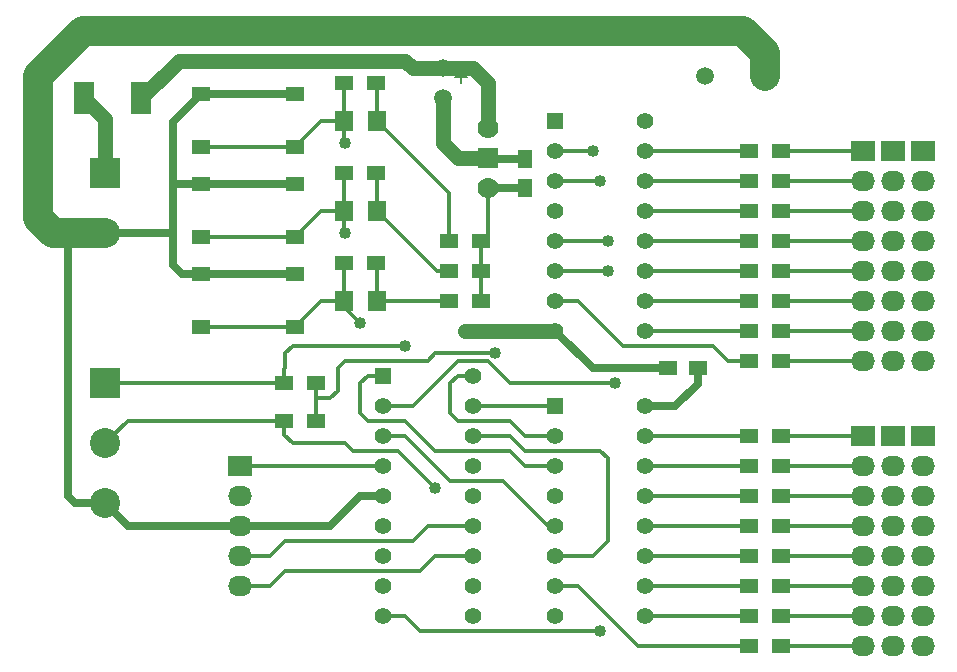
<source format=gtl>
G04 #@! TF.FileFunction,Copper,L1,Top,Signal*
%FSLAX46Y46*%
G04 Gerber Fmt 4.6, Leading zero omitted, Abs format (unit mm)*
G04 Created by KiCad (PCBNEW (2015-04-09 BZR 5589)-product) date Sunday, April 12, 2015 'PMt' 01:39:24 PM*
%MOMM*%
G01*
G04 APERTURE LIST*
%ADD10C,0.150000*%
%ADD11C,1.501140*%
%ADD12R,1.500000X1.250000*%
%ADD13R,1.250000X1.500000*%
%ADD14R,1.597660X1.800860*%
%ADD15R,1.800860X2.700020*%
%ADD16R,2.032000X1.727200*%
%ADD17O,2.032000X1.727200*%
%ADD18R,2.540000X2.540000*%
%ADD19C,2.540000*%
%ADD20R,1.500000X1.300000*%
%ADD21R,1.550000X1.300000*%
%ADD22R,1.397000X1.397000*%
%ADD23C,1.397000*%
%ADD24C,1.778000*%
%ADD25R,1.778000X1.778000*%
%ADD26C,1.016000*%
%ADD27C,2.540000*%
%ADD28C,1.270000*%
%ADD29C,0.635000*%
%ADD30C,0.304800*%
G04 APERTURE END LIST*
D10*
X148844000Y-99898200D02*
X148844000Y-100965000D01*
X149352000Y-100457000D02*
X148310600Y-100457000D01*
D11*
X174625000Y-100330000D03*
X169545000Y-100330000D03*
X147320000Y-102235000D03*
X147320000Y-99695000D03*
D12*
X168890000Y-125095000D03*
X166390000Y-125095000D03*
D13*
X154305000Y-109835000D03*
X154305000Y-107335000D03*
D14*
X141754860Y-104140000D03*
X138915140Y-104140000D03*
X141754860Y-111760000D03*
X138915140Y-111760000D03*
X141754860Y-119380000D03*
X138915140Y-119380000D03*
D15*
X116979700Y-102235000D03*
X121780300Y-102235000D03*
D16*
X182880000Y-106680000D03*
D17*
X182880000Y-109220000D03*
X182880000Y-111760000D03*
X182880000Y-114300000D03*
X182880000Y-116840000D03*
X182880000Y-119380000D03*
X182880000Y-121920000D03*
X182880000Y-124460000D03*
D16*
X187960000Y-106680000D03*
D17*
X187960000Y-109220000D03*
X187960000Y-111760000D03*
X187960000Y-114300000D03*
X187960000Y-116840000D03*
X187960000Y-119380000D03*
X187960000Y-121920000D03*
X187960000Y-124460000D03*
D16*
X185420000Y-106680000D03*
D17*
X185420000Y-109220000D03*
X185420000Y-111760000D03*
X185420000Y-114300000D03*
X185420000Y-116840000D03*
X185420000Y-119380000D03*
X185420000Y-121920000D03*
X185420000Y-124460000D03*
D16*
X182880000Y-130810000D03*
D17*
X182880000Y-133350000D03*
X182880000Y-135890000D03*
X182880000Y-138430000D03*
X182880000Y-140970000D03*
X182880000Y-143510000D03*
X182880000Y-146050000D03*
X182880000Y-148590000D03*
D16*
X187960000Y-130810000D03*
D17*
X187960000Y-133350000D03*
X187960000Y-135890000D03*
X187960000Y-138430000D03*
X187960000Y-140970000D03*
X187960000Y-143510000D03*
X187960000Y-146050000D03*
X187960000Y-148590000D03*
D16*
X185420000Y-130810000D03*
D17*
X185420000Y-133350000D03*
X185420000Y-135890000D03*
X185420000Y-138430000D03*
X185420000Y-140970000D03*
X185420000Y-143510000D03*
X185420000Y-146050000D03*
X185420000Y-148590000D03*
D16*
X130175000Y-133350000D03*
D17*
X130175000Y-135890000D03*
X130175000Y-138430000D03*
X130175000Y-140970000D03*
X130175000Y-143510000D03*
D18*
X118745000Y-126365000D03*
D19*
X118745000Y-131445000D03*
X118745000Y-136525000D03*
D18*
X118745000Y-108585000D03*
D19*
X118745000Y-113665000D03*
D20*
X173275000Y-106680000D03*
X175975000Y-106680000D03*
X173275000Y-109220000D03*
X175975000Y-109220000D03*
X173275000Y-111760000D03*
X175975000Y-111760000D03*
X173275000Y-114300000D03*
X175975000Y-114300000D03*
X173275000Y-116840000D03*
X175975000Y-116840000D03*
X173275000Y-119380000D03*
X175975000Y-119380000D03*
X173275000Y-121920000D03*
X175975000Y-121920000D03*
X173275000Y-124460000D03*
X175975000Y-124460000D03*
X173275000Y-130810000D03*
X175975000Y-130810000D03*
X173275000Y-133350000D03*
X175975000Y-133350000D03*
X173275000Y-135890000D03*
X175975000Y-135890000D03*
X173275000Y-138430000D03*
X175975000Y-138430000D03*
X173275000Y-140970000D03*
X175975000Y-140970000D03*
X173275000Y-143510000D03*
X175975000Y-143510000D03*
X173275000Y-146050000D03*
X175975000Y-146050000D03*
X173275000Y-148590000D03*
X175975000Y-148590000D03*
X150575000Y-114300000D03*
X147875000Y-114300000D03*
X141685000Y-100965000D03*
X138985000Y-100965000D03*
X150575000Y-116840000D03*
X147875000Y-116840000D03*
X141685000Y-108585000D03*
X138985000Y-108585000D03*
X150575000Y-119380000D03*
X147875000Y-119380000D03*
X141685000Y-116205000D03*
X138985000Y-116205000D03*
X136605000Y-126365000D03*
X133905000Y-126365000D03*
X136605000Y-129540000D03*
X133905000Y-129540000D03*
D21*
X126835000Y-106390000D03*
X126835000Y-101890000D03*
X134785000Y-101890000D03*
X134785000Y-106390000D03*
X126835000Y-114010000D03*
X126835000Y-109510000D03*
X134785000Y-109510000D03*
X134785000Y-114010000D03*
X126835000Y-121630000D03*
X126835000Y-117130000D03*
X134785000Y-117130000D03*
X134785000Y-121630000D03*
D22*
X142240000Y-125730000D03*
D23*
X142240000Y-128270000D03*
X142240000Y-130810000D03*
X142240000Y-133350000D03*
X142240000Y-135890000D03*
X142240000Y-138430000D03*
X142240000Y-140970000D03*
X142240000Y-143510000D03*
X142240000Y-146050000D03*
X149860000Y-146050000D03*
X149860000Y-143510000D03*
X149860000Y-140970000D03*
X149860000Y-138430000D03*
X149860000Y-135890000D03*
X149860000Y-133350000D03*
X149860000Y-130810000D03*
X149860000Y-128270000D03*
X149860000Y-125730000D03*
D22*
X156845000Y-104140000D03*
D23*
X156845000Y-106680000D03*
X156845000Y-109220000D03*
X156845000Y-111760000D03*
X156845000Y-114300000D03*
X156845000Y-116840000D03*
X156845000Y-119380000D03*
X156845000Y-121920000D03*
X164465000Y-121920000D03*
X164465000Y-119380000D03*
X164465000Y-116840000D03*
X164465000Y-114300000D03*
X164465000Y-111760000D03*
X164465000Y-109220000D03*
X164465000Y-106680000D03*
X164465000Y-104140000D03*
D22*
X156845000Y-128270000D03*
D23*
X156845000Y-130810000D03*
X156845000Y-133350000D03*
X156845000Y-135890000D03*
X156845000Y-138430000D03*
X156845000Y-140970000D03*
X156845000Y-143510000D03*
X156845000Y-146050000D03*
X164465000Y-146050000D03*
X164465000Y-143510000D03*
X164465000Y-140970000D03*
X164465000Y-138430000D03*
X164465000Y-135890000D03*
X164465000Y-133350000D03*
X164465000Y-130810000D03*
X164465000Y-128270000D03*
D24*
X151130000Y-104775000D03*
D25*
X151130000Y-107315000D03*
D24*
X151130000Y-109855000D03*
D26*
X149225000Y-121920000D03*
X151765000Y-123825000D03*
X139065000Y-106045000D03*
X139065000Y-113665000D03*
X140335000Y-121285000D03*
X144145000Y-123190000D03*
X146685000Y-135255000D03*
X160655000Y-109220000D03*
X161925000Y-126365000D03*
X161290000Y-114300000D03*
X160655000Y-147320000D03*
X161290000Y-116840000D03*
X160020000Y-106680000D03*
D27*
X113030000Y-100330000D02*
X116840000Y-96520000D01*
D28*
X149225000Y-121920000D02*
X156845000Y-121920000D01*
D29*
X134785000Y-101890000D02*
X126835000Y-101890000D01*
X134785000Y-109510000D02*
X126835000Y-109510000D01*
X134785000Y-117130000D02*
X126835000Y-117130000D01*
X124460000Y-109220000D02*
X124460000Y-104265000D01*
X124460000Y-104265000D02*
X126835000Y-101890000D01*
X124460000Y-113665000D02*
X124460000Y-109220000D01*
X124460000Y-116332000D02*
X124460000Y-113665000D01*
X125258000Y-117130000D02*
X124460000Y-116332000D01*
X126835000Y-117130000D02*
X125258000Y-117130000D01*
X124460000Y-109510000D02*
X124460000Y-109220000D01*
X126835000Y-109510000D02*
X124460000Y-109510000D01*
X120650000Y-138430000D02*
X118745000Y-136525000D01*
X130175000Y-138430000D02*
X120650000Y-138430000D01*
X140335000Y-135890000D02*
X142240000Y-135890000D01*
X137795000Y-138430000D02*
X140335000Y-135890000D01*
X130175000Y-138430000D02*
X137795000Y-138430000D01*
X118745000Y-113665000D02*
X124460000Y-113665000D01*
D28*
X148590000Y-107315000D02*
X147320000Y-106045000D01*
X147320000Y-106045000D02*
X147320000Y-102235000D01*
X151130000Y-107315000D02*
X148590000Y-107315000D01*
D29*
X160020000Y-125095000D02*
X156845000Y-121920000D01*
X166390000Y-125095000D02*
X160020000Y-125095000D01*
X151150000Y-107335000D02*
X151130000Y-107315000D01*
X154305000Y-107335000D02*
X151150000Y-107335000D01*
X116205000Y-113665000D02*
X118745000Y-113665000D01*
X115570000Y-114300000D02*
X116205000Y-113665000D01*
X115570000Y-135890000D02*
X115570000Y-114300000D01*
X116205000Y-136525000D02*
X115570000Y-135890000D01*
X118745000Y-136525000D02*
X116205000Y-136525000D01*
D27*
X174625000Y-98425000D02*
X172720000Y-96520000D01*
X172720000Y-96520000D02*
X116840000Y-96520000D01*
X174625000Y-100330000D02*
X174625000Y-98425000D01*
X113030000Y-100330000D02*
X113030000Y-112395000D01*
X113030000Y-112395000D02*
X114300000Y-113665000D01*
X114300000Y-113665000D02*
X118745000Y-113665000D01*
D28*
X118745000Y-104000300D02*
X116979700Y-102235000D01*
X118745000Y-108585000D02*
X118745000Y-104000300D01*
X151130000Y-100965000D02*
X149860000Y-99695000D01*
X149860000Y-99695000D02*
X147320000Y-99695000D01*
X151130000Y-104775000D02*
X151130000Y-100965000D01*
X144780000Y-99695000D02*
X144145000Y-99060000D01*
X144145000Y-99060000D02*
X124955300Y-99060000D01*
X124955300Y-99060000D02*
X121780300Y-102235000D01*
X147320000Y-99695000D02*
X144780000Y-99695000D01*
D30*
X136605000Y-127635000D02*
X137795000Y-127635000D01*
X146685000Y-123825000D02*
X151765000Y-123825000D01*
X146050000Y-124460000D02*
X146685000Y-123825000D01*
X139065000Y-124460000D02*
X146050000Y-124460000D01*
X138430000Y-125095000D02*
X139065000Y-124460000D01*
X138430000Y-127000000D02*
X138430000Y-125095000D01*
X137795000Y-127635000D02*
X138430000Y-127000000D01*
X151130000Y-113745000D02*
X151130000Y-109855000D01*
X150575000Y-114300000D02*
X151130000Y-113745000D01*
X150575000Y-116840000D02*
X150575000Y-114300000D01*
X150575000Y-119380000D02*
X150575000Y-116840000D01*
X136605000Y-126365000D02*
X136605000Y-127635000D01*
X136605000Y-127635000D02*
X136605000Y-129540000D01*
D29*
X167005000Y-128270000D02*
X168890000Y-126385000D01*
X168890000Y-126385000D02*
X168890000Y-125095000D01*
X164465000Y-128270000D02*
X167005000Y-128270000D01*
X151150000Y-109835000D02*
X151130000Y-109855000D01*
X154305000Y-109835000D02*
X151150000Y-109835000D01*
X141754860Y-101034860D02*
X141685000Y-100965000D01*
D30*
X141754860Y-104140000D02*
X141754860Y-101034860D01*
X147875000Y-110260140D02*
X141754860Y-104140000D01*
X147875000Y-114300000D02*
X147875000Y-110260140D01*
X126835000Y-106390000D02*
X134785000Y-106390000D01*
D29*
X138915140Y-101034860D02*
X138985000Y-100965000D01*
D30*
X138915140Y-104140000D02*
X138915140Y-101034860D01*
X137035000Y-104140000D02*
X134785000Y-106390000D01*
X138915140Y-104140000D02*
X137035000Y-104140000D01*
X139065000Y-106045000D02*
X138915140Y-105895140D01*
X138915140Y-105895140D02*
X138915140Y-104140000D01*
X141754860Y-108654860D02*
X141685000Y-108585000D01*
X141754860Y-111760000D02*
X141754860Y-108654860D01*
X146834860Y-116840000D02*
X141754860Y-111760000D01*
X147875000Y-116840000D02*
X146834860Y-116840000D01*
X126835000Y-114010000D02*
X134785000Y-114010000D01*
X138915140Y-108654860D02*
X138985000Y-108585000D01*
X138915140Y-111760000D02*
X138915140Y-108654860D01*
X137035000Y-111760000D02*
X134785000Y-114010000D01*
X138915140Y-111760000D02*
X137035000Y-111760000D01*
X139065000Y-113665000D02*
X138915140Y-113515140D01*
X138915140Y-113515140D02*
X138915140Y-111760000D01*
X141754860Y-116274860D02*
X141685000Y-116205000D01*
X141754860Y-119380000D02*
X141754860Y-116274860D01*
X147875000Y-119380000D02*
X141754860Y-119380000D01*
X126835000Y-121630000D02*
X134785000Y-121630000D01*
X138915140Y-116274860D02*
X138985000Y-116205000D01*
X138915140Y-119380000D02*
X138915140Y-116274860D01*
X137035000Y-119380000D02*
X134785000Y-121630000D01*
X138915140Y-119380000D02*
X137035000Y-119380000D01*
X138915140Y-119865140D02*
X138915140Y-119380000D01*
X140335000Y-121285000D02*
X138915140Y-119865140D01*
X175975000Y-106680000D02*
X182880000Y-106680000D01*
X175975000Y-109220000D02*
X182880000Y-109220000D01*
X175975000Y-111760000D02*
X182880000Y-111760000D01*
X175975000Y-114300000D02*
X182880000Y-114300000D01*
X175975000Y-116840000D02*
X182880000Y-116840000D01*
X175975000Y-119380000D02*
X182880000Y-119380000D01*
X175975000Y-121920000D02*
X182880000Y-121920000D01*
X175975000Y-124460000D02*
X182880000Y-124460000D01*
X175975000Y-130810000D02*
X182880000Y-130810000D01*
X175975000Y-133350000D02*
X182880000Y-133350000D01*
X175975000Y-135890000D02*
X182880000Y-135890000D01*
X175975000Y-138430000D02*
X182880000Y-138430000D01*
X175975000Y-140970000D02*
X182880000Y-140970000D01*
X175975000Y-143510000D02*
X182880000Y-143510000D01*
X175975000Y-146050000D02*
X182880000Y-146050000D01*
X182880000Y-148590000D02*
X175975000Y-148590000D01*
X142240000Y-133350000D02*
X130175000Y-133350000D01*
X146050000Y-138430000D02*
X144780000Y-139700000D01*
X144780000Y-139700000D02*
X133985000Y-139700000D01*
X133985000Y-139700000D02*
X132715000Y-140970000D01*
X132715000Y-140970000D02*
X130175000Y-140970000D01*
X149860000Y-138430000D02*
X146050000Y-138430000D01*
X146685000Y-140970000D02*
X145415000Y-142240000D01*
X145415000Y-142240000D02*
X133985000Y-142240000D01*
X133985000Y-142240000D02*
X132715000Y-143510000D01*
X132715000Y-143510000D02*
X130175000Y-143510000D01*
X149860000Y-140970000D02*
X146685000Y-140970000D01*
X133985000Y-125095000D02*
X133985000Y-123825000D01*
X134620000Y-123190000D02*
X144145000Y-123190000D01*
X133985000Y-123825000D02*
X134620000Y-123190000D01*
X133905000Y-126365000D02*
X118745000Y-126365000D01*
X133905000Y-125175000D02*
X133985000Y-125095000D01*
X133905000Y-126365000D02*
X133905000Y-125175000D01*
X120650000Y-129540000D02*
X118745000Y-131445000D01*
X133905000Y-129540000D02*
X120650000Y-129540000D01*
X133905000Y-130730000D02*
X134620000Y-131445000D01*
X134620000Y-131445000D02*
X139065000Y-131445000D01*
X139065000Y-131445000D02*
X139700000Y-132080000D01*
X139700000Y-132080000D02*
X143510000Y-132080000D01*
X143510000Y-132080000D02*
X146685000Y-135255000D01*
X133905000Y-129540000D02*
X133905000Y-130730000D01*
X173275000Y-106680000D02*
X164465000Y-106680000D01*
X173275000Y-109220000D02*
X164465000Y-109220000D01*
X173275000Y-111760000D02*
X164465000Y-111760000D01*
X173275000Y-114300000D02*
X164465000Y-114300000D01*
X173275000Y-116840000D02*
X164465000Y-116840000D01*
X173275000Y-119380000D02*
X164465000Y-119380000D01*
X173275000Y-121920000D02*
X164465000Y-121920000D01*
X171450000Y-124460000D02*
X170180000Y-123190000D01*
X170180000Y-123190000D02*
X162560000Y-123190000D01*
X162560000Y-123190000D02*
X158750000Y-119380000D01*
X158750000Y-119380000D02*
X156845000Y-119380000D01*
X173275000Y-124460000D02*
X171450000Y-124460000D01*
X173275000Y-130810000D02*
X164465000Y-130810000D01*
X173275000Y-133350000D02*
X164465000Y-133350000D01*
X173275000Y-135890000D02*
X164465000Y-135890000D01*
X173275000Y-138430000D02*
X164465000Y-138430000D01*
X173275000Y-140970000D02*
X164465000Y-140970000D01*
X173275000Y-143510000D02*
X164465000Y-143510000D01*
X164465000Y-146050000D02*
X173275000Y-146050000D01*
X163830000Y-148590000D02*
X158750000Y-143510000D01*
X158750000Y-143510000D02*
X156845000Y-143510000D01*
X173275000Y-148590000D02*
X163830000Y-148590000D01*
X148590000Y-132080000D02*
X146685000Y-132080000D01*
X140970000Y-125730000D02*
X142240000Y-125730000D01*
X140335000Y-126365000D02*
X140970000Y-125730000D01*
X140335000Y-128905000D02*
X140335000Y-126365000D01*
X140970000Y-129540000D02*
X140335000Y-128905000D01*
X144145000Y-129540000D02*
X140970000Y-129540000D01*
X146685000Y-132080000D02*
X144145000Y-129540000D01*
X154305000Y-133350000D02*
X153035000Y-132080000D01*
X153035000Y-132080000D02*
X148590000Y-132080000D01*
X156845000Y-133350000D02*
X154305000Y-133350000D01*
X160655000Y-109220000D02*
X156845000Y-109220000D01*
X156845000Y-114300000D02*
X161290000Y-114300000D01*
X144780000Y-128270000D02*
X142240000Y-128270000D01*
X148590000Y-124460000D02*
X144780000Y-128270000D01*
X151130000Y-124460000D02*
X148590000Y-124460000D01*
X153035000Y-126365000D02*
X151130000Y-124460000D01*
X161925000Y-126365000D02*
X153035000Y-126365000D01*
X144145000Y-130810000D02*
X142240000Y-130810000D01*
X147955000Y-134620000D02*
X144145000Y-130810000D01*
X152400000Y-134620000D02*
X147955000Y-134620000D01*
X156210000Y-138430000D02*
X152400000Y-134620000D01*
X156845000Y-138430000D02*
X156210000Y-138430000D01*
X156845000Y-116840000D02*
X161290000Y-116840000D01*
X144145000Y-146050000D02*
X142240000Y-146050000D01*
X145415000Y-147320000D02*
X144145000Y-146050000D01*
X160655000Y-147320000D02*
X145415000Y-147320000D01*
X149860000Y-130810000D02*
X153035000Y-130810000D01*
X160020000Y-140970000D02*
X156845000Y-140970000D01*
X161290000Y-139700000D02*
X160020000Y-140970000D01*
X161290000Y-132715000D02*
X161290000Y-139700000D01*
X160655000Y-132080000D02*
X161290000Y-132715000D01*
X154305000Y-132080000D02*
X160655000Y-132080000D01*
X153035000Y-130810000D02*
X154305000Y-132080000D01*
X149860000Y-128270000D02*
X156845000Y-128270000D01*
X156845000Y-130810000D02*
X154305000Y-130810000D01*
X148590000Y-125730000D02*
X149860000Y-125730000D01*
X147955000Y-126365000D02*
X148590000Y-125730000D01*
X147955000Y-128905000D02*
X147955000Y-126365000D01*
X148590000Y-129540000D02*
X147955000Y-128905000D01*
X153035000Y-129540000D02*
X148590000Y-129540000D01*
X154305000Y-130810000D02*
X153035000Y-129540000D01*
X160020000Y-106680000D02*
X156845000Y-106680000D01*
M02*

</source>
